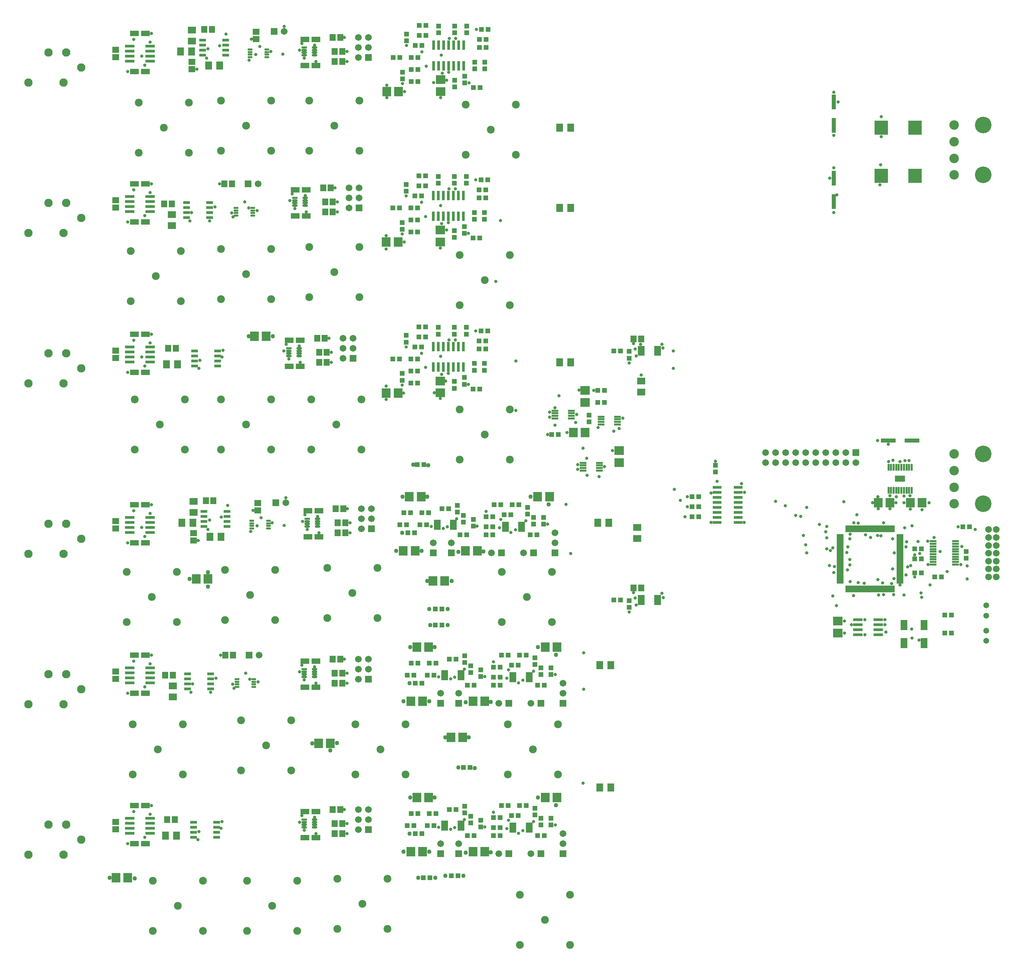
<source format=gts>
%FSLAX24Y24*%
%MOIN*%
G70*
G01*
G75*
G04 Layer_Color=8388736*
G04 Layer_Color=8388736*
%ADD10R,0.0591X0.0906*%
%ADD11R,0.0787X0.0866*%
%ADD12R,0.0866X0.0787*%
%ADD13R,0.0394X0.0433*%
%ADD14R,0.0433X0.0394*%
%ADD15R,0.0236X0.0866*%
%ADD16O,0.0480X0.0169*%
%ADD17R,0.0480X0.0169*%
%ADD18R,0.0787X0.0472*%
%ADD19R,0.0512X0.0591*%
%ADD20R,0.0866X0.0236*%
%ADD21R,0.0866X0.0236*%
%ADD22R,0.0591X0.0512*%
%ADD23R,0.0630X0.0709*%
%ADD24R,0.0610X0.0236*%
%ADD25R,0.0409X0.0150*%
%ADD26O,0.0409X0.0150*%
%ADD27R,0.0709X0.0630*%
%ADD28R,0.0630X0.0118*%
%ADD29R,0.0630X0.0118*%
%ADD30R,0.1417X0.0315*%
%ADD31R,0.1240X0.1360*%
%ADD32R,0.0315X0.1417*%
%ADD33R,0.0610X0.0157*%
%ADD34R,0.0591X0.0138*%
%ADD35R,0.0571X0.0118*%
%ADD36R,0.0118X0.0630*%
%ADD37R,0.0807X0.0236*%
%ADD38R,0.0150X0.0600*%
%ADD39R,0.1010X0.0620*%
%ADD40R,0.2560X0.0360*%
%ADD41R,0.0775X0.0620*%
%ADD42C,0.0160*%
%ADD43C,0.0100*%
%ADD44C,0.0200*%
%ADD45C,0.0500*%
%ADD46C,0.0591*%
%ADD47R,0.0591X0.0591*%
%ADD48C,0.0866*%
%ADD49C,0.1575*%
%ADD50C,0.0700*%
%ADD51C,0.0750*%
%ADD52C,0.0500*%
%ADD53C,0.0200*%
%ADD54C,0.0350*%
%ADD55C,0.0250*%
%ADD56C,0.0098*%
%ADD57C,0.0070*%
%ADD58C,0.0079*%
%ADD59C,0.0039*%
%ADD60C,0.0080*%
%ADD61C,0.0280*%
%ADD62R,0.0671X0.0986*%
%ADD63R,0.0867X0.0946*%
%ADD64R,0.0946X0.0867*%
%ADD65R,0.0474X0.0513*%
%ADD66R,0.0513X0.0474*%
%ADD67R,0.0316X0.0946*%
%ADD68O,0.0560X0.0249*%
%ADD69R,0.0560X0.0249*%
%ADD70R,0.0867X0.0552*%
%ADD71R,0.0592X0.0671*%
%ADD72R,0.0946X0.0316*%
%ADD73R,0.0946X0.0316*%
%ADD74R,0.0671X0.0592*%
%ADD75R,0.0710X0.0789*%
%ADD76R,0.0690X0.0316*%
%ADD77R,0.0489X0.0230*%
%ADD78O,0.0489X0.0230*%
%ADD79R,0.0789X0.0710*%
%ADD80R,0.0710X0.0198*%
%ADD81R,0.0710X0.0198*%
%ADD82R,0.1497X0.0395*%
%ADD83R,0.1320X0.1440*%
%ADD84R,0.0395X0.1497*%
%ADD85R,0.0690X0.0237*%
%ADD86R,0.0671X0.0218*%
%ADD87R,0.0651X0.0198*%
%ADD88R,0.0198X0.0710*%
%ADD89R,0.0887X0.0316*%
%ADD90R,0.0230X0.0680*%
%ADD91C,0.0671*%
%ADD92R,0.0671X0.0671*%
%ADD93C,0.0946*%
%ADD94C,0.1655*%
%ADD95C,0.0780*%
%ADD96C,0.0830*%
%ADD97C,0.0580*%
%ADD98C,0.0430*%
%ADD99C,0.0330*%
D39*
X109000Y82000D02*
D03*
D62*
X109400Y65600D02*
D03*
X111400D02*
D03*
X109400Y67411D02*
D03*
X111400D02*
D03*
D63*
X57759Y105600D02*
D03*
X58941D02*
D03*
X57759Y90550D02*
D03*
X58941D02*
D03*
X57809Y120600D02*
D03*
X58991D02*
D03*
X31991Y42200D02*
D03*
X30809D02*
D03*
X51009Y55600D02*
D03*
X52191D02*
D03*
X64209Y56200D02*
D03*
X65391D02*
D03*
X38809Y72000D02*
D03*
X39991D02*
D03*
X44609Y96200D02*
D03*
X45791D02*
D03*
X62409Y71800D02*
D03*
X63591D02*
D03*
X111191Y79600D02*
D03*
X110009D02*
D03*
X106809D02*
D03*
X107991D02*
D03*
X76409Y86600D02*
D03*
X77591D02*
D03*
X67591Y44800D02*
D03*
X66409D02*
D03*
X67591Y59800D02*
D03*
X66409D02*
D03*
X66841Y74800D02*
D03*
X65659D02*
D03*
X74791Y50200D02*
D03*
X73609D02*
D03*
X74791Y65200D02*
D03*
X73609D02*
D03*
X74041Y80200D02*
D03*
X72859D02*
D03*
X61391Y44800D02*
D03*
X60209D02*
D03*
X61391Y59800D02*
D03*
X60209D02*
D03*
X60641Y74800D02*
D03*
X59459D02*
D03*
X60809Y50200D02*
D03*
X61991D02*
D03*
X60809Y65200D02*
D03*
X61991D02*
D03*
X61241Y80200D02*
D03*
X60059D02*
D03*
D64*
X63150Y105609D02*
D03*
Y106791D02*
D03*
Y90559D02*
D03*
Y91741D02*
D03*
X63200Y120609D02*
D03*
Y121791D02*
D03*
X102800Y66609D02*
D03*
Y67791D02*
D03*
X77600Y90791D02*
D03*
Y89609D02*
D03*
X81000Y84791D02*
D03*
Y83609D02*
D03*
D65*
X64550Y96415D02*
D03*
Y97085D02*
D03*
X59350Y107535D02*
D03*
Y106865D02*
D03*
X82000Y94685D02*
D03*
Y94015D02*
D03*
X62950Y111465D02*
D03*
Y112135D02*
D03*
X64550Y106735D02*
D03*
Y106065D02*
D03*
X65750Y111465D02*
D03*
Y112135D02*
D03*
X64550Y111465D02*
D03*
Y112135D02*
D03*
X66550Y108535D02*
D03*
Y107865D02*
D03*
X67550D02*
D03*
Y108535D02*
D03*
X59750Y111335D02*
D03*
Y110665D02*
D03*
X65550Y107135D02*
D03*
Y106465D02*
D03*
X78000Y88335D02*
D03*
Y87665D02*
D03*
X115600Y74065D02*
D03*
Y74735D02*
D03*
X90600Y83335D02*
D03*
Y82665D02*
D03*
X82000Y69835D02*
D03*
X66600Y122865D02*
D03*
X67600D02*
D03*
X65600Y122135D02*
D03*
X66550Y92815D02*
D03*
X67550D02*
D03*
X65550Y92085D02*
D03*
X65800Y127135D02*
D03*
X64600Y126465D02*
D03*
X65750Y97085D02*
D03*
X59800Y126335D02*
D03*
X59750Y96285D02*
D03*
X59400Y122535D02*
D03*
X59350Y92485D02*
D03*
X66600Y123535D02*
D03*
X64600Y121735D02*
D03*
Y121065D02*
D03*
X66550Y93485D02*
D03*
X64550Y91685D02*
D03*
Y91015D02*
D03*
X65800Y126465D02*
D03*
X67600Y123535D02*
D03*
X65750Y96415D02*
D03*
X67550Y93485D02*
D03*
X63000Y126465D02*
D03*
X64600Y127135D02*
D03*
X63000D02*
D03*
X62950Y96415D02*
D03*
Y97085D02*
D03*
X82000Y69165D02*
D03*
X65600Y121465D02*
D03*
X65550Y91415D02*
D03*
X59800Y125665D02*
D03*
X59750Y95615D02*
D03*
X59400Y121865D02*
D03*
X59350Y91815D02*
D03*
X72600Y48465D02*
D03*
Y49135D02*
D03*
Y63465D02*
D03*
Y64135D02*
D03*
X71850Y78465D02*
D03*
Y79135D02*
D03*
X65600Y48665D02*
D03*
Y49335D02*
D03*
Y63665D02*
D03*
Y64335D02*
D03*
X64850Y78665D02*
D03*
Y79335D02*
D03*
X73200Y48135D02*
D03*
Y47465D02*
D03*
Y63135D02*
D03*
Y62465D02*
D03*
X72450Y78135D02*
D03*
Y77465D02*
D03*
X66200Y48335D02*
D03*
Y47665D02*
D03*
Y63335D02*
D03*
Y62665D02*
D03*
X65450Y78335D02*
D03*
Y77665D02*
D03*
X74200Y48135D02*
D03*
Y47465D02*
D03*
Y63135D02*
D03*
Y62465D02*
D03*
X73450Y78135D02*
D03*
Y77465D02*
D03*
X67200Y47935D02*
D03*
Y47265D02*
D03*
Y62935D02*
D03*
Y62265D02*
D03*
X66450Y77935D02*
D03*
Y77265D02*
D03*
D66*
X60265Y122800D02*
D03*
X60935D02*
D03*
X59085Y109000D02*
D03*
X58415D02*
D03*
X81135Y94750D02*
D03*
X80465D02*
D03*
X60215Y106600D02*
D03*
X60885D02*
D03*
X61015Y112200D02*
D03*
X61685D02*
D03*
X67015Y110800D02*
D03*
X67685D02*
D03*
X67085Y106000D02*
D03*
X66415D02*
D03*
X60215Y107800D02*
D03*
X60885D02*
D03*
X67015Y110000D02*
D03*
X67685D02*
D03*
X60885Y109000D02*
D03*
X60215D02*
D03*
X61685Y111200D02*
D03*
X61015D02*
D03*
X60615Y110200D02*
D03*
X61285D02*
D03*
X61535Y83400D02*
D03*
X60865D02*
D03*
X66135Y53200D02*
D03*
X65465D02*
D03*
X78865Y89600D02*
D03*
X79535D02*
D03*
Y90800D02*
D03*
X78865D02*
D03*
X74265Y86400D02*
D03*
X74935D02*
D03*
X115265Y77200D02*
D03*
X115935D02*
D03*
X112465Y72200D02*
D03*
X113135D02*
D03*
X110465Y75000D02*
D03*
X111135D02*
D03*
X110465Y72600D02*
D03*
X111135D02*
D03*
X110465Y74000D02*
D03*
X111135D02*
D03*
X88935Y80200D02*
D03*
X88265D02*
D03*
X88935Y79200D02*
D03*
X88265D02*
D03*
X88935Y78200D02*
D03*
X88265D02*
D03*
X114135Y68400D02*
D03*
X113465D02*
D03*
X114135Y66600D02*
D03*
X113465D02*
D03*
X80465Y69900D02*
D03*
X58415Y93950D02*
D03*
X58465Y124000D02*
D03*
X81135Y69900D02*
D03*
X67135Y121000D02*
D03*
X67085Y90950D02*
D03*
X67065Y125800D02*
D03*
X67015Y95750D02*
D03*
X67885Y96750D02*
D03*
X61065Y126200D02*
D03*
X60665Y125200D02*
D03*
X61065Y127200D02*
D03*
X61015Y96150D02*
D03*
X60615Y95150D02*
D03*
X61015Y97150D02*
D03*
X60265Y124000D02*
D03*
X59135D02*
D03*
X60265Y121600D02*
D03*
X60215Y93950D02*
D03*
X59085D02*
D03*
X60215Y91550D02*
D03*
X66465Y121000D02*
D03*
X66415Y90950D02*
D03*
X67065Y125000D02*
D03*
X67735Y125800D02*
D03*
Y125000D02*
D03*
X67015Y94950D02*
D03*
X67685Y95750D02*
D03*
Y94950D02*
D03*
X61735Y126200D02*
D03*
Y127200D02*
D03*
X61685Y96150D02*
D03*
Y97150D02*
D03*
X60935Y124000D02*
D03*
X61335Y125200D02*
D03*
X60935Y121600D02*
D03*
X60885Y93950D02*
D03*
X60215Y92750D02*
D03*
X61285Y95150D02*
D03*
X60885Y91550D02*
D03*
Y92750D02*
D03*
X62665Y67400D02*
D03*
X64265Y42400D02*
D03*
X63335Y69000D02*
D03*
X62135Y42200D02*
D03*
X63335Y67400D02*
D03*
X64935Y42400D02*
D03*
X62665Y69000D02*
D03*
X61465Y42200D02*
D03*
X67215Y96750D02*
D03*
X71735Y49400D02*
D03*
X71065D02*
D03*
X71735Y64400D02*
D03*
X71065D02*
D03*
X70985Y79400D02*
D03*
X70315D02*
D03*
X69135Y47200D02*
D03*
X68465D02*
D03*
X69135Y62200D02*
D03*
X68465D02*
D03*
X68385Y77200D02*
D03*
X67715D02*
D03*
X69135Y46400D02*
D03*
X68465D02*
D03*
X69135Y61400D02*
D03*
X68465D02*
D03*
X68385Y76400D02*
D03*
X67715D02*
D03*
X64735Y49000D02*
D03*
X64065D02*
D03*
X64735Y64000D02*
D03*
X64065D02*
D03*
X63985Y79000D02*
D03*
X63315D02*
D03*
X62535Y47400D02*
D03*
X61865D02*
D03*
X62535Y62400D02*
D03*
X61865D02*
D03*
X61785Y77400D02*
D03*
X61115D02*
D03*
X60535Y47400D02*
D03*
X59865D02*
D03*
X60535Y62400D02*
D03*
X59865D02*
D03*
X59785Y77400D02*
D03*
X59115D02*
D03*
X69265Y49400D02*
D03*
X69935D02*
D03*
X69265Y64400D02*
D03*
X69935D02*
D03*
X68515Y79400D02*
D03*
X69185D02*
D03*
X60265Y48600D02*
D03*
X60935D02*
D03*
X60265Y63600D02*
D03*
X60935D02*
D03*
X59515Y78600D02*
D03*
X60185D02*
D03*
X69135Y48200D02*
D03*
X68465D02*
D03*
X69135Y63200D02*
D03*
X68465D02*
D03*
X68385Y78200D02*
D03*
X67715D02*
D03*
X61335Y46600D02*
D03*
X60665D02*
D03*
X61335Y61600D02*
D03*
X60665D02*
D03*
X60585Y76600D02*
D03*
X59915D02*
D03*
X72865Y46400D02*
D03*
X73535D02*
D03*
X72865Y61400D02*
D03*
X73535D02*
D03*
X72115Y76400D02*
D03*
X72785D02*
D03*
X70935Y48400D02*
D03*
X70265D02*
D03*
X70935Y63400D02*
D03*
X70265D02*
D03*
X70185Y78400D02*
D03*
X69515D02*
D03*
X65865Y46400D02*
D03*
X66535D02*
D03*
X65865Y61400D02*
D03*
X66535D02*
D03*
X65115Y76400D02*
D03*
X65785D02*
D03*
X62065Y48600D02*
D03*
X62735D02*
D03*
X62065Y63600D02*
D03*
X62735D02*
D03*
X61315Y78600D02*
D03*
X61985D02*
D03*
X67265Y126800D02*
D03*
X67935D02*
D03*
X67215Y111800D02*
D03*
X67885D02*
D03*
D67*
X65500Y123176D02*
D03*
X65000D02*
D03*
X64500D02*
D03*
X65450Y110224D02*
D03*
X64950D02*
D03*
X64450D02*
D03*
X63950D02*
D03*
X63450D02*
D03*
X62950D02*
D03*
X62450D02*
D03*
X65450Y108176D02*
D03*
X64950D02*
D03*
X64450D02*
D03*
X63950D02*
D03*
X63450D02*
D03*
X62950D02*
D03*
X62450D02*
D03*
X65000Y125224D02*
D03*
X65500D02*
D03*
X64950Y95174D02*
D03*
X65450D02*
D03*
X63000Y125224D02*
D03*
X62500D02*
D03*
X62950Y95174D02*
D03*
X62450D02*
D03*
X63000Y123176D02*
D03*
X62500D02*
D03*
X62950Y93126D02*
D03*
X62450D02*
D03*
X64000Y125224D02*
D03*
X63950Y95174D02*
D03*
X64000Y123176D02*
D03*
X63950Y93126D02*
D03*
X63500Y125224D02*
D03*
X64500D02*
D03*
X63500Y123176D02*
D03*
X63450Y95174D02*
D03*
X64450D02*
D03*
X63450Y93126D02*
D03*
X65450D02*
D03*
X64950D02*
D03*
X64450D02*
D03*
D68*
X49682Y109232D02*
D03*
Y109488D02*
D03*
Y109744D02*
D03*
Y110000D02*
D03*
X48650Y109232D02*
D03*
Y109488D02*
D03*
Y109744D02*
D03*
X50932Y77744D02*
D03*
Y77488D02*
D03*
Y77232D02*
D03*
X50631Y47744D02*
D03*
Y47488D02*
D03*
Y47232D02*
D03*
Y62744D02*
D03*
Y62488D02*
D03*
Y62232D02*
D03*
Y124744D02*
D03*
Y124488D02*
D03*
Y124232D02*
D03*
X49082Y94744D02*
D03*
Y94488D02*
D03*
Y94232D02*
D03*
X49600Y47488D02*
D03*
Y62488D02*
D03*
X49900Y77488D02*
D03*
X48050Y94488D02*
D03*
X49600Y124488D02*
D03*
X49900Y77232D02*
D03*
X49600Y47232D02*
D03*
Y62232D02*
D03*
Y124232D02*
D03*
X48050Y94232D02*
D03*
X50932Y78000D02*
D03*
X50631Y48000D02*
D03*
Y63000D02*
D03*
Y125000D02*
D03*
X49082Y95000D02*
D03*
X49900Y77744D02*
D03*
X49600Y47744D02*
D03*
Y62744D02*
D03*
Y124744D02*
D03*
X48050Y94744D02*
D03*
D69*
X48650Y110000D02*
D03*
X49600Y48000D02*
D03*
Y63000D02*
D03*
X49900Y78000D02*
D03*
X48050Y95000D02*
D03*
X49600Y125000D02*
D03*
D70*
X48699Y110800D02*
D03*
X49801D02*
D03*
X48699Y108200D02*
D03*
X49801D02*
D03*
X32649Y111400D02*
D03*
X33751D02*
D03*
Y107600D02*
D03*
X32649D02*
D03*
X49949Y76200D02*
D03*
X49649Y46200D02*
D03*
Y61200D02*
D03*
Y123200D02*
D03*
X48099Y93200D02*
D03*
X33751Y45600D02*
D03*
Y75600D02*
D03*
Y60600D02*
D03*
Y92600D02*
D03*
Y122600D02*
D03*
X51051Y78800D02*
D03*
X50751Y48800D02*
D03*
Y63800D02*
D03*
Y125800D02*
D03*
X49201Y95800D02*
D03*
X33751Y49400D02*
D03*
Y79400D02*
D03*
Y64400D02*
D03*
Y96400D02*
D03*
Y126400D02*
D03*
X51051Y76200D02*
D03*
X50751Y46200D02*
D03*
Y61200D02*
D03*
Y123200D02*
D03*
X49201Y93200D02*
D03*
X49949Y78800D02*
D03*
X49649Y48800D02*
D03*
Y63800D02*
D03*
Y125800D02*
D03*
X48099Y95800D02*
D03*
X32649Y45600D02*
D03*
Y75600D02*
D03*
Y60600D02*
D03*
Y92600D02*
D03*
Y122600D02*
D03*
Y49400D02*
D03*
Y79400D02*
D03*
Y64400D02*
D03*
Y96400D02*
D03*
Y126400D02*
D03*
D71*
X52224Y111000D02*
D03*
X51476D02*
D03*
X52424Y109600D02*
D03*
X51676D02*
D03*
X52424Y108600D02*
D03*
X51676D02*
D03*
X36774Y95000D02*
D03*
X36026D02*
D03*
X36374Y109400D02*
D03*
X35626D02*
D03*
X42374Y111400D02*
D03*
X41626D02*
D03*
X39626Y126800D02*
D03*
X40374D02*
D03*
X83174Y95950D02*
D03*
X82426D02*
D03*
X52726Y79000D02*
D03*
X52926Y77600D02*
D03*
Y76600D02*
D03*
X52426Y49000D02*
D03*
X52626Y47600D02*
D03*
Y46600D02*
D03*
X52426Y64000D02*
D03*
X52626Y62600D02*
D03*
Y61600D02*
D03*
X52426Y126000D02*
D03*
X52626Y124600D02*
D03*
Y123600D02*
D03*
X50876Y96000D02*
D03*
X51076Y94600D02*
D03*
Y93600D02*
D03*
X42474Y64400D02*
D03*
X35926Y48000D02*
D03*
X35726Y62400D02*
D03*
X36674Y48000D02*
D03*
X36474Y62400D02*
D03*
X39776Y79800D02*
D03*
X40524D02*
D03*
X83174Y71100D02*
D03*
X53474Y79000D02*
D03*
X53174Y49000D02*
D03*
Y64000D02*
D03*
Y126000D02*
D03*
X51624Y96000D02*
D03*
X53674Y77600D02*
D03*
X53374Y47600D02*
D03*
Y62600D02*
D03*
Y124600D02*
D03*
X51824Y94600D02*
D03*
X53674Y76600D02*
D03*
X53374Y46600D02*
D03*
Y61600D02*
D03*
Y123600D02*
D03*
X51824Y93600D02*
D03*
X41726Y64400D02*
D03*
X82426Y71100D02*
D03*
D72*
X32176Y109650D02*
D03*
Y109150D02*
D03*
Y108650D02*
D03*
X34224Y110150D02*
D03*
Y109650D02*
D03*
Y109150D02*
D03*
Y108650D02*
D03*
X106824Y66950D02*
D03*
Y67450D02*
D03*
Y67950D02*
D03*
X104776Y66450D02*
D03*
Y66950D02*
D03*
Y67450D02*
D03*
Y67950D02*
D03*
X34224Y62150D02*
D03*
X32176Y47150D02*
D03*
Y47650D02*
D03*
Y77150D02*
D03*
Y77650D02*
D03*
Y62150D02*
D03*
Y62650D02*
D03*
Y94150D02*
D03*
Y94650D02*
D03*
Y124150D02*
D03*
Y124650D02*
D03*
X34224Y47650D02*
D03*
X32176Y46650D02*
D03*
X34224Y62650D02*
D03*
X32176Y61650D02*
D03*
Y76650D02*
D03*
X34224Y94650D02*
D03*
X32176Y93650D02*
D03*
Y123650D02*
D03*
X34224Y47150D02*
D03*
Y94150D02*
D03*
Y77650D02*
D03*
Y124650D02*
D03*
Y46650D02*
D03*
Y76650D02*
D03*
Y61650D02*
D03*
Y93650D02*
D03*
Y123650D02*
D03*
Y48150D02*
D03*
Y78150D02*
D03*
Y63150D02*
D03*
Y95150D02*
D03*
Y125150D02*
D03*
Y77150D02*
D03*
Y124150D02*
D03*
D73*
X32176Y110150D02*
D03*
X106824Y66450D02*
D03*
X32176Y48150D02*
D03*
Y63150D02*
D03*
Y78150D02*
D03*
Y95150D02*
D03*
Y125150D02*
D03*
D74*
X30800Y109026D02*
D03*
Y109774D02*
D03*
X38400Y123574D02*
D03*
Y122826D02*
D03*
X44800Y126574D02*
D03*
Y125826D02*
D03*
X30800Y47026D02*
D03*
Y47774D02*
D03*
Y77026D02*
D03*
Y77774D02*
D03*
Y62026D02*
D03*
Y62774D02*
D03*
Y94026D02*
D03*
Y94774D02*
D03*
Y124026D02*
D03*
Y124774D02*
D03*
X44950Y79574D02*
D03*
X38550Y76574D02*
D03*
X44950Y78826D02*
D03*
X38550Y75826D02*
D03*
D75*
X35849Y93400D02*
D03*
X36951D02*
D03*
X40049Y123200D02*
D03*
X41151D02*
D03*
X37249Y124600D02*
D03*
X38351D02*
D03*
X76151Y117000D02*
D03*
X75049D02*
D03*
X76151Y109000D02*
D03*
X75049D02*
D03*
X76151Y93600D02*
D03*
X75049D02*
D03*
X79951Y77600D02*
D03*
X78849D02*
D03*
X80151Y63400D02*
D03*
X79049D02*
D03*
X80151Y51200D02*
D03*
X79049D02*
D03*
X35749Y46400D02*
D03*
X36851D02*
D03*
X37399Y77600D02*
D03*
X38501D02*
D03*
X40199Y76200D02*
D03*
X41301D02*
D03*
D76*
X38648Y94750D02*
D03*
Y94250D02*
D03*
Y93750D02*
D03*
Y93250D02*
D03*
X40952Y94750D02*
D03*
Y94250D02*
D03*
Y93750D02*
D03*
Y93250D02*
D03*
X37848Y109550D02*
D03*
Y109050D02*
D03*
Y108550D02*
D03*
Y108050D02*
D03*
X40152Y109550D02*
D03*
Y109050D02*
D03*
Y108550D02*
D03*
Y108050D02*
D03*
X40852Y46750D02*
D03*
X38548Y47250D02*
D03*
X40252Y61550D02*
D03*
X37948Y62050D02*
D03*
X39598Y78250D02*
D03*
X41902Y77750D02*
D03*
X38548Y46250D02*
D03*
X37948Y61050D02*
D03*
X39598Y77250D02*
D03*
X40852Y47250D02*
D03*
X40252Y62050D02*
D03*
X41902Y78250D02*
D03*
X38548Y46750D02*
D03*
X37948Y61550D02*
D03*
X39598Y77750D02*
D03*
X38548Y47750D02*
D03*
X40852D02*
D03*
Y46250D02*
D03*
X37948Y62550D02*
D03*
X40252D02*
D03*
Y61050D02*
D03*
X39598Y78750D02*
D03*
X41902D02*
D03*
Y77250D02*
D03*
X41752Y124250D02*
D03*
Y124750D02*
D03*
Y125250D02*
D03*
Y125750D02*
D03*
X39448Y124250D02*
D03*
Y124750D02*
D03*
Y125250D02*
D03*
Y125750D02*
D03*
D77*
X42800Y109000D02*
D03*
X42900Y62000D02*
D03*
X44350Y77800D02*
D03*
X44200Y124800D02*
D03*
D78*
X42800Y108744D02*
D03*
Y108488D02*
D03*
Y108232D02*
D03*
X44469Y109000D02*
D03*
Y108744D02*
D03*
Y108488D02*
D03*
Y108232D02*
D03*
X44569Y61488D02*
D03*
X46019Y77288D02*
D03*
X42900Y61744D02*
D03*
X46019Y77800D02*
D03*
X44350Y77544D02*
D03*
X44569Y61744D02*
D03*
X46019Y77544D02*
D03*
X42900Y61232D02*
D03*
X44350Y77032D02*
D03*
X44569Y62000D02*
D03*
X42900Y61488D02*
D03*
X44350Y77288D02*
D03*
X44569Y61232D02*
D03*
X46019Y77032D02*
D03*
X45869Y124032D02*
D03*
Y124288D02*
D03*
Y124544D02*
D03*
Y124800D02*
D03*
X44200Y124032D02*
D03*
Y124288D02*
D03*
Y124544D02*
D03*
D79*
X36400Y107249D02*
D03*
Y108351D02*
D03*
X38400Y125649D02*
D03*
Y126751D02*
D03*
X83200Y90649D02*
D03*
Y91751D02*
D03*
X82800Y77151D02*
D03*
Y76049D02*
D03*
X36500Y60249D02*
D03*
Y61351D02*
D03*
X38550Y79751D02*
D03*
Y78649D02*
D03*
D80*
X84807Y94356D02*
D03*
Y94553D02*
D03*
Y94750D02*
D03*
X83193Y94356D02*
D03*
Y94553D02*
D03*
Y94750D02*
D03*
X83193Y94947D02*
D03*
X83193Y95144D02*
D03*
X62843Y77794D02*
D03*
X62843Y77597D02*
D03*
X62843Y77400D02*
D03*
Y77203D02*
D03*
Y77006D02*
D03*
X64457Y77597D02*
D03*
Y77400D02*
D03*
Y77203D02*
D03*
Y77006D02*
D03*
X69643Y77594D02*
D03*
X69643Y77397D02*
D03*
X69643Y77200D02*
D03*
Y77003D02*
D03*
Y76806D02*
D03*
X71257Y77397D02*
D03*
Y77200D02*
D03*
Y77003D02*
D03*
Y76806D02*
D03*
X108992Y71638D02*
D03*
Y71835D02*
D03*
Y72031D02*
D03*
Y72228D02*
D03*
Y72425D02*
D03*
Y72622D02*
D03*
Y72819D02*
D03*
Y73016D02*
D03*
Y73213D02*
D03*
Y73409D02*
D03*
Y73606D02*
D03*
Y73803D02*
D03*
Y74000D02*
D03*
Y74197D02*
D03*
Y74394D02*
D03*
Y74591D02*
D03*
Y74787D02*
D03*
Y74984D02*
D03*
Y75181D02*
D03*
Y75378D02*
D03*
Y75575D02*
D03*
Y75772D02*
D03*
Y75968D02*
D03*
Y76165D02*
D03*
Y76362D02*
D03*
X103008Y71638D02*
D03*
Y71835D02*
D03*
Y72031D02*
D03*
Y72228D02*
D03*
Y72425D02*
D03*
Y72622D02*
D03*
Y72819D02*
D03*
Y73016D02*
D03*
Y73213D02*
D03*
Y73409D02*
D03*
Y73606D02*
D03*
Y73803D02*
D03*
Y74000D02*
D03*
Y74197D02*
D03*
Y74394D02*
D03*
Y74591D02*
D03*
Y74787D02*
D03*
Y74984D02*
D03*
Y75181D02*
D03*
Y75378D02*
D03*
Y75575D02*
D03*
Y75772D02*
D03*
Y75968D02*
D03*
Y76165D02*
D03*
Y76362D02*
D03*
X72007Y46806D02*
D03*
Y61806D02*
D03*
X70393Y46806D02*
D03*
Y61806D02*
D03*
X65207Y47006D02*
D03*
Y62006D02*
D03*
X63593Y47006D02*
D03*
Y62006D02*
D03*
X84807Y69703D02*
D03*
Y69506D02*
D03*
Y69900D02*
D03*
X72007Y47003D02*
D03*
Y62003D02*
D03*
X83193Y69900D02*
D03*
Y70294D02*
D03*
X72007Y47200D02*
D03*
Y47397D02*
D03*
Y62200D02*
D03*
Y62397D02*
D03*
X70393Y47397D02*
D03*
X70393Y47594D02*
D03*
X70393Y62397D02*
D03*
X70393Y62594D02*
D03*
X65207Y47400D02*
D03*
Y47597D02*
D03*
Y62400D02*
D03*
Y62597D02*
D03*
X63593Y47597D02*
D03*
X63593Y47794D02*
D03*
X63593Y62597D02*
D03*
X63593Y62794D02*
D03*
X70393Y47003D02*
D03*
Y62003D02*
D03*
X63593Y47203D02*
D03*
Y62203D02*
D03*
X83193Y70097D02*
D03*
X83193Y69506D02*
D03*
Y69703D02*
D03*
X70393Y47200D02*
D03*
Y62200D02*
D03*
X65207Y47203D02*
D03*
X63593Y47400D02*
D03*
X65207Y62203D02*
D03*
X63593Y62400D02*
D03*
X84807Y94947D02*
D03*
Y70097D02*
D03*
D81*
Y95144D02*
D03*
X64457Y77794D02*
D03*
X71257Y77594D02*
D03*
X84807Y70294D02*
D03*
X72007Y47594D02*
D03*
Y62594D02*
D03*
X65207Y47794D02*
D03*
Y62794D02*
D03*
D82*
X107819Y85800D02*
D03*
X110181D02*
D03*
D83*
X110490Y112200D02*
D03*
X107110D02*
D03*
X110490Y117000D02*
D03*
X107110D02*
D03*
D84*
X102400Y109619D02*
D03*
Y111981D02*
D03*
Y117219D02*
D03*
Y119581D02*
D03*
D85*
X79183Y88184D02*
D03*
Y87928D02*
D03*
Y87672D02*
D03*
Y87416D02*
D03*
X80817Y88184D02*
D03*
Y87928D02*
D03*
Y87672D02*
D03*
Y87416D02*
D03*
D86*
X79017Y82816D02*
D03*
Y83072D02*
D03*
Y83328D02*
D03*
Y83584D02*
D03*
X77383Y82816D02*
D03*
Y83072D02*
D03*
Y83328D02*
D03*
Y83584D02*
D03*
X74583Y88784D02*
D03*
Y88528D02*
D03*
Y88272D02*
D03*
Y88016D02*
D03*
X76217Y88784D02*
D03*
Y88528D02*
D03*
Y88272D02*
D03*
Y88016D02*
D03*
D87*
X114512Y73448D02*
D03*
Y73704D02*
D03*
Y73960D02*
D03*
Y74216D02*
D03*
Y74472D02*
D03*
Y74728D02*
D03*
Y74984D02*
D03*
Y75240D02*
D03*
Y75496D02*
D03*
Y75752D02*
D03*
X112288Y73448D02*
D03*
Y73704D02*
D03*
Y73960D02*
D03*
Y74216D02*
D03*
Y74472D02*
D03*
Y74728D02*
D03*
Y74984D02*
D03*
Y75240D02*
D03*
Y75496D02*
D03*
Y75752D02*
D03*
D88*
X103638Y71008D02*
D03*
X103835D02*
D03*
X104031D02*
D03*
X104228D02*
D03*
X104425D02*
D03*
X104622D02*
D03*
X104819D02*
D03*
X105016D02*
D03*
X105213D02*
D03*
X105409D02*
D03*
X105606D02*
D03*
X105803D02*
D03*
X106000D02*
D03*
X106197D02*
D03*
X106394D02*
D03*
X106591D02*
D03*
X106787D02*
D03*
X106984D02*
D03*
X107181D02*
D03*
X107378D02*
D03*
X107575D02*
D03*
X107772D02*
D03*
X107969D02*
D03*
X108165D02*
D03*
X108362D02*
D03*
X103638Y76992D02*
D03*
X103835D02*
D03*
X104031D02*
D03*
X104228D02*
D03*
X104425D02*
D03*
X104622D02*
D03*
X104819D02*
D03*
X105016D02*
D03*
X105213D02*
D03*
X105409D02*
D03*
X105606D02*
D03*
X105803D02*
D03*
X106000D02*
D03*
X106197D02*
D03*
X106394D02*
D03*
X106591D02*
D03*
X106787D02*
D03*
X106984D02*
D03*
X107181D02*
D03*
X107378D02*
D03*
X107575D02*
D03*
X107772D02*
D03*
X107969D02*
D03*
X108165D02*
D03*
X108362D02*
D03*
D89*
X90747Y81150D02*
D03*
Y80650D02*
D03*
Y80150D02*
D03*
Y79650D02*
D03*
Y79150D02*
D03*
Y78650D02*
D03*
Y78150D02*
D03*
Y77650D02*
D03*
X92853Y81150D02*
D03*
Y80650D02*
D03*
Y80150D02*
D03*
Y79650D02*
D03*
Y79150D02*
D03*
Y78650D02*
D03*
Y78150D02*
D03*
Y77650D02*
D03*
D90*
X107846Y80850D02*
D03*
Y83150D02*
D03*
X110150D02*
D03*
Y80850D02*
D03*
X109894Y83150D02*
D03*
Y80850D02*
D03*
X109638Y83150D02*
D03*
X109382D02*
D03*
X109126D02*
D03*
X108870D02*
D03*
X108614D02*
D03*
X108358D02*
D03*
X108102D02*
D03*
X109638Y80850D02*
D03*
X109382D02*
D03*
X109126D02*
D03*
X108870D02*
D03*
X108614D02*
D03*
X108358D02*
D03*
X108102D02*
D03*
D91*
X54050Y111000D02*
D03*
X55050D02*
D03*
X54050Y110000D02*
D03*
X55050D02*
D03*
X54050Y109000D02*
D03*
X45000Y111400D02*
D03*
X47600Y126600D02*
D03*
X71450Y74600D02*
D03*
X68250D02*
D03*
X64250Y75600D02*
D03*
X62450D02*
D03*
X74600D02*
D03*
Y76600D02*
D03*
X117813Y76924D02*
D03*
X118600D02*
D03*
X117813Y76137D02*
D03*
X118600Y76150D02*
D03*
X117813Y75350D02*
D03*
X118600D02*
D03*
X117813Y74562D02*
D03*
X118600D02*
D03*
X117813Y73775D02*
D03*
X118600D02*
D03*
X117813Y72987D02*
D03*
X118600D02*
D03*
X117813Y72200D02*
D03*
X118600D02*
D03*
X95600Y83600D02*
D03*
Y84600D02*
D03*
X96600Y83600D02*
D03*
Y84600D02*
D03*
X97600Y83600D02*
D03*
Y84600D02*
D03*
X98600Y83600D02*
D03*
Y84600D02*
D03*
X99600Y83600D02*
D03*
Y84600D02*
D03*
X100600Y83600D02*
D03*
Y84600D02*
D03*
X101600Y83600D02*
D03*
Y84600D02*
D03*
X102600Y83600D02*
D03*
Y84600D02*
D03*
X103600Y83600D02*
D03*
Y84600D02*
D03*
X104600Y83600D02*
D03*
X75400Y45600D02*
D03*
Y60600D02*
D03*
X72200Y44600D02*
D03*
Y59600D02*
D03*
X69000Y44600D02*
D03*
Y59600D02*
D03*
X65000Y45600D02*
D03*
Y60600D02*
D03*
X63200Y45600D02*
D03*
Y60600D02*
D03*
X55300Y79000D02*
D03*
Y78000D02*
D03*
Y77000D02*
D03*
X55000Y49000D02*
D03*
Y48000D02*
D03*
Y47000D02*
D03*
Y64000D02*
D03*
Y63000D02*
D03*
Y62000D02*
D03*
Y126000D02*
D03*
Y125000D02*
D03*
Y124000D02*
D03*
X53450Y96000D02*
D03*
Y95000D02*
D03*
Y94000D02*
D03*
X45100Y64400D02*
D03*
X47750Y79600D02*
D03*
X56300Y79000D02*
D03*
Y78000D02*
D03*
X56000Y49000D02*
D03*
Y48000D02*
D03*
Y64000D02*
D03*
Y63000D02*
D03*
Y126000D02*
D03*
Y125000D02*
D03*
X54450Y96000D02*
D03*
Y95000D02*
D03*
X75400Y46600D02*
D03*
Y61600D02*
D03*
D92*
X55050Y109000D02*
D03*
X44000Y111400D02*
D03*
X46600Y126600D02*
D03*
X72450Y74600D02*
D03*
X69250D02*
D03*
X64250D02*
D03*
X62450D02*
D03*
X74600D02*
D03*
X104600Y84600D02*
D03*
X44100Y64400D02*
D03*
X46750Y79600D02*
D03*
X75400Y44600D02*
D03*
Y59600D02*
D03*
X73200Y44600D02*
D03*
Y59600D02*
D03*
X70000Y44600D02*
D03*
Y59600D02*
D03*
X65000Y44600D02*
D03*
Y59600D02*
D03*
X63200Y44600D02*
D03*
Y59600D02*
D03*
X56300Y77000D02*
D03*
X56000Y47000D02*
D03*
Y62000D02*
D03*
Y124000D02*
D03*
X54450Y94000D02*
D03*
D93*
X114400Y82800D02*
D03*
Y84454D02*
D03*
Y81146D02*
D03*
Y79493D02*
D03*
Y115600D02*
D03*
Y117254D02*
D03*
Y113946D02*
D03*
Y112293D02*
D03*
D94*
X117274Y84454D02*
D03*
Y79493D02*
D03*
Y117254D02*
D03*
Y112293D02*
D03*
D95*
X70700Y119300D02*
D03*
X65700D02*
D03*
Y114300D02*
D03*
X70700D02*
D03*
X68200Y116800D02*
D03*
X55100Y119700D02*
D03*
X50100D02*
D03*
Y114700D02*
D03*
X55100D02*
D03*
X52600Y117200D02*
D03*
X46300Y119700D02*
D03*
X41300D02*
D03*
Y114700D02*
D03*
X46300D02*
D03*
X43800Y117200D02*
D03*
X38100Y119500D02*
D03*
X33100D02*
D03*
Y114500D02*
D03*
X38100D02*
D03*
X35600Y117000D02*
D03*
X70100Y104300D02*
D03*
X65100D02*
D03*
Y99300D02*
D03*
X70100D02*
D03*
X67600Y101800D02*
D03*
X55100Y105100D02*
D03*
X50100D02*
D03*
Y100100D02*
D03*
X55100D02*
D03*
X52600Y102600D02*
D03*
X46300Y104900D02*
D03*
X41300D02*
D03*
Y99900D02*
D03*
X46300D02*
D03*
X43800Y102400D02*
D03*
X37300Y104700D02*
D03*
X32300D02*
D03*
Y99700D02*
D03*
X37300D02*
D03*
X34800Y102200D02*
D03*
X55300Y89900D02*
D03*
X50300D02*
D03*
Y84900D02*
D03*
X55300D02*
D03*
X52800Y87400D02*
D03*
X46300Y89900D02*
D03*
X41300D02*
D03*
Y84900D02*
D03*
X46300D02*
D03*
X43800Y87400D02*
D03*
X37700Y89900D02*
D03*
X32700D02*
D03*
Y84900D02*
D03*
X37700D02*
D03*
X35200Y87400D02*
D03*
X74300Y72700D02*
D03*
X69300D02*
D03*
Y67700D02*
D03*
X74300D02*
D03*
X71800Y70200D02*
D03*
X56900Y73100D02*
D03*
X51900D02*
D03*
Y68100D02*
D03*
X56900D02*
D03*
X54400Y70600D02*
D03*
X46700Y72900D02*
D03*
X41700D02*
D03*
Y67900D02*
D03*
X46700D02*
D03*
X44200Y70400D02*
D03*
X36900Y72700D02*
D03*
X31900D02*
D03*
Y67700D02*
D03*
X36900D02*
D03*
X34400Y70200D02*
D03*
X74900Y57500D02*
D03*
X69900D02*
D03*
Y52500D02*
D03*
X74900D02*
D03*
X72400Y55000D02*
D03*
X59700Y57500D02*
D03*
X54700D02*
D03*
Y52500D02*
D03*
X59700D02*
D03*
X57200Y55000D02*
D03*
X48300Y57900D02*
D03*
X43300D02*
D03*
Y52900D02*
D03*
X48300D02*
D03*
X45800Y55400D02*
D03*
X37500Y57500D02*
D03*
X32500D02*
D03*
Y52500D02*
D03*
X37500D02*
D03*
X35000Y55000D02*
D03*
X76100Y40500D02*
D03*
X71100D02*
D03*
Y35500D02*
D03*
X76100D02*
D03*
X73600Y38000D02*
D03*
X57900Y42100D02*
D03*
X52900D02*
D03*
Y37100D02*
D03*
X57900D02*
D03*
X55400Y39600D02*
D03*
X48900Y41900D02*
D03*
X43900D02*
D03*
Y36900D02*
D03*
X48900D02*
D03*
X46400Y39400D02*
D03*
X39500Y41900D02*
D03*
X34500D02*
D03*
Y36900D02*
D03*
X39500D02*
D03*
X37000Y39400D02*
D03*
X67600Y86400D02*
D03*
X70100Y83900D02*
D03*
X65100D02*
D03*
Y88900D02*
D03*
X70100D02*
D03*
D96*
X24100Y124500D02*
D03*
X22100Y121500D02*
D03*
X27350Y123000D02*
D03*
X25850Y124500D02*
D03*
X25600Y121500D02*
D03*
X24100Y109500D02*
D03*
X22100Y106500D02*
D03*
X27350Y108000D02*
D03*
X25850Y109500D02*
D03*
X25600Y106500D02*
D03*
X24100Y94500D02*
D03*
X22100Y91500D02*
D03*
X27350Y93000D02*
D03*
X25850Y94500D02*
D03*
X25600Y91500D02*
D03*
X24100Y77500D02*
D03*
X22100Y74500D02*
D03*
X27350Y76000D02*
D03*
X25850Y77500D02*
D03*
X25600Y74500D02*
D03*
X24100Y62500D02*
D03*
X22100Y59500D02*
D03*
X27350Y61000D02*
D03*
X25850Y62500D02*
D03*
X25600Y59500D02*
D03*
X24100Y47500D02*
D03*
X22100Y44500D02*
D03*
X27350Y46000D02*
D03*
X25850Y47500D02*
D03*
X25600Y44500D02*
D03*
D97*
X117600Y68350D02*
D03*
Y69352D02*
D03*
Y66850D02*
D03*
Y65848D02*
D03*
D98*
X63650Y56200D02*
D03*
X66000D02*
D03*
X64950Y53200D02*
D03*
X66600Y53150D02*
D03*
X60950Y42200D02*
D03*
X62650D02*
D03*
X63650Y42400D02*
D03*
X65450D02*
D03*
X62050Y69000D02*
D03*
X63900D02*
D03*
X62150Y67400D02*
D03*
X63900D02*
D03*
X61850Y71800D02*
D03*
X64300D02*
D03*
X60450Y83400D02*
D03*
X61950Y83350D02*
D03*
X44050Y96200D02*
D03*
X46450D02*
D03*
X30200Y42200D02*
D03*
X32700Y42150D02*
D03*
X52200Y54900D02*
D03*
X50400Y55600D02*
D03*
X52850Y55650D02*
D03*
X38150Y72000D02*
D03*
X39991Y72659D02*
D03*
Y71241D02*
D03*
X62600Y50200D02*
D03*
X60150D02*
D03*
X62050Y44800D02*
D03*
X59500D02*
D03*
X60100Y46600D02*
D03*
X65700Y44700D02*
D03*
X68200Y44750D02*
D03*
X72900Y50200D02*
D03*
X74700Y49450D02*
D03*
X59350Y76600D02*
D03*
X58750Y74800D02*
D03*
X61300D02*
D03*
X72150Y80200D02*
D03*
X73950Y79450D02*
D03*
X61850Y80200D02*
D03*
X59400D02*
D03*
X64950Y74700D02*
D03*
X67450Y74750D02*
D03*
X60100Y61600D02*
D03*
X59500Y59800D02*
D03*
X62050D02*
D03*
X72900Y65200D02*
D03*
X74700Y64450D02*
D03*
X62600Y65200D02*
D03*
X60150D02*
D03*
X65700Y59700D02*
D03*
X68200Y59750D02*
D03*
D99*
X102400Y116250D02*
D03*
X87800Y79200D02*
D03*
X86500Y80950D02*
D03*
X86400Y93000D02*
D03*
Y94750D02*
D03*
X87800Y80200D02*
D03*
X87100Y79850D02*
D03*
X87550Y78200D02*
D03*
X73850Y86400D02*
D03*
X75800Y86600D02*
D03*
X77400Y51650D02*
D03*
X77450Y61000D02*
D03*
Y64650D02*
D03*
X76150Y74550D02*
D03*
X75700Y79450D02*
D03*
X70700Y93750D02*
D03*
Y88800D02*
D03*
X83124Y95400D02*
D03*
X83200Y92350D02*
D03*
X81350Y88050D02*
D03*
X81000Y87000D02*
D03*
X80450Y86750D02*
D03*
X78900Y87100D02*
D03*
X78450Y90800D02*
D03*
X77000Y90850D02*
D03*
X76650Y87600D02*
D03*
X76750Y88400D02*
D03*
X74998Y90252D02*
D03*
X74583Y89083D02*
D03*
X74050Y88650D02*
D03*
Y88150D02*
D03*
X74600Y87350D02*
D03*
X80309Y84791D02*
D03*
X79000Y82200D02*
D03*
X79533Y83217D02*
D03*
X76850Y83400D02*
D03*
Y82950D02*
D03*
X77798Y82348D02*
D03*
X77400Y85050D02*
D03*
X77750Y84050D02*
D03*
X62559Y90559D02*
D03*
X63150Y90000D02*
D03*
X63700Y91750D02*
D03*
X57759Y89909D02*
D03*
X59500Y90550D02*
D03*
X57759Y91241D02*
D03*
X63791Y106791D02*
D03*
X63150Y105000D02*
D03*
X57759Y104909D02*
D03*
Y106241D02*
D03*
X59550Y105600D02*
D03*
X57809Y119991D02*
D03*
Y121241D02*
D03*
X59600Y120600D02*
D03*
X63200Y120000D02*
D03*
X63800Y121750D02*
D03*
X62500Y121500D02*
D03*
X102831Y119581D02*
D03*
X102400Y120550D02*
D03*
X102700Y110300D02*
D03*
X102400Y108550D02*
D03*
X101981Y111981D02*
D03*
X102400Y113000D02*
D03*
X107050Y113300D02*
D03*
X107000Y111300D02*
D03*
X107110Y118090D02*
D03*
Y116090D02*
D03*
X110050Y73350D02*
D03*
X109400Y70400D02*
D03*
X110200Y66100D02*
D03*
X110150Y67000D02*
D03*
X110900Y65900D02*
D03*
X103441Y66609D02*
D03*
Y67791D02*
D03*
X105500Y67950D02*
D03*
X104150Y67450D02*
D03*
X105500Y66450D02*
D03*
X107600Y66700D02*
D03*
X107500Y67450D02*
D03*
Y67950D02*
D03*
X102650Y69350D02*
D03*
X102300Y70300D02*
D03*
X103700Y74650D02*
D03*
X102050Y74850D02*
D03*
X101700Y74990D02*
D03*
X101950Y73350D02*
D03*
X102300Y75100D02*
D03*
X106750Y76350D02*
D03*
X108250Y73000D02*
D03*
X109750Y73200D02*
D03*
X105409Y71559D02*
D03*
X104819Y71619D02*
D03*
X108992Y71408D02*
D03*
X112000Y71400D02*
D03*
X101600Y76700D02*
D03*
X101700Y76100D02*
D03*
X99690Y74610D02*
D03*
X99600Y75400D02*
D03*
X99350Y76350D02*
D03*
X99700Y79150D02*
D03*
X99100Y78250D02*
D03*
X98600Y78350D02*
D03*
X104700Y78400D02*
D03*
X106050Y76150D02*
D03*
X103400Y79700D02*
D03*
X104000Y76000D02*
D03*
X90600Y83750D02*
D03*
X90747Y81747D02*
D03*
X90167Y80583D02*
D03*
X90150Y77650D02*
D03*
X93450D02*
D03*
X93200Y81500D02*
D03*
X93500Y80650D02*
D03*
X96600Y79750D02*
D03*
X97550Y79300D02*
D03*
X114800Y77200D02*
D03*
X116500Y76950D02*
D03*
X111100Y70600D02*
D03*
X111169Y70169D02*
D03*
X115700Y73300D02*
D03*
Y72000D02*
D03*
X109450Y77100D02*
D03*
X110200Y77300D02*
D03*
X112400Y76150D02*
D03*
X111802Y73448D02*
D03*
X110465Y72215D02*
D03*
Y74385D02*
D03*
X110800Y75750D02*
D03*
X111748Y75752D02*
D03*
X107819Y85431D02*
D03*
X106750Y85800D02*
D03*
X106809Y79009D02*
D03*
X106250Y79600D02*
D03*
X106800Y80200D02*
D03*
X107991Y79009D02*
D03*
X108600Y79600D02*
D03*
X108614Y80214D02*
D03*
X107991Y80291D02*
D03*
X111191Y78909D02*
D03*
X111900Y79600D02*
D03*
X109400D02*
D03*
X110009Y78959D02*
D03*
X110000Y80300D02*
D03*
X109382Y80282D02*
D03*
X109000Y83700D02*
D03*
X107846Y83696D02*
D03*
X108300Y83850D02*
D03*
X109500Y83800D02*
D03*
X109894Y83794D02*
D03*
X113700Y72750D02*
D03*
X112972Y74728D02*
D03*
X115048Y73448D02*
D03*
X115140Y75240D02*
D03*
X64000Y122550D02*
D03*
X63350Y122450D02*
D03*
X63250Y124250D02*
D03*
X64065Y125885D02*
D03*
X64700Y125900D02*
D03*
X66015Y121465D02*
D03*
X66750Y126800D02*
D03*
X59800Y125200D02*
D03*
X61750Y123150D02*
D03*
X61335Y124565D02*
D03*
X59400Y121400D02*
D03*
X45150Y125100D02*
D03*
X47450Y124350D02*
D03*
X50751Y123601D02*
D03*
X49600Y123950D02*
D03*
X49106Y124744D02*
D03*
X49350Y125400D02*
D03*
X50631Y125232D02*
D03*
X53850Y123600D02*
D03*
Y124600D02*
D03*
X53600Y126000D02*
D03*
X47600Y127100D02*
D03*
X44324Y125826D02*
D03*
X44738Y124288D02*
D03*
X44100Y123750D02*
D03*
X38876Y122826D02*
D03*
X39998Y124852D02*
D03*
X39850Y123950D02*
D03*
X41800Y126350D02*
D03*
X41167Y125183D02*
D03*
X34350Y126400D02*
D03*
X32600Y125800D02*
D03*
X34224Y125524D02*
D03*
X33400Y124150D02*
D03*
X33700Y123250D02*
D03*
X32000Y122600D02*
D03*
X32600Y110800D02*
D03*
X34350Y111400D02*
D03*
X32000Y107600D02*
D03*
X33700Y108250D02*
D03*
X34224Y110524D02*
D03*
X32600Y95800D02*
D03*
X34350Y96400D02*
D03*
X32000Y92600D02*
D03*
X33700Y93250D02*
D03*
X33400Y94150D02*
D03*
X34224Y95524D02*
D03*
X32600Y63800D02*
D03*
X34350Y64400D02*
D03*
X32000Y60600D02*
D03*
X33700Y61250D02*
D03*
X34224Y63524D02*
D03*
X32600Y78800D02*
D03*
X34350Y79400D02*
D03*
X32000Y75600D02*
D03*
X33700Y76250D02*
D03*
X33400Y77150D02*
D03*
X34224Y78524D02*
D03*
X32600Y48800D02*
D03*
X34350Y49400D02*
D03*
X32000Y45600D02*
D03*
X33700Y46250D02*
D03*
X34224Y48524D02*
D03*
X38200Y107700D02*
D03*
X38350Y108550D02*
D03*
X40700Y109100D02*
D03*
X40150Y107700D02*
D03*
X44894Y108744D02*
D03*
X44050Y109000D02*
D03*
X42362Y108488D02*
D03*
X42500Y108100D02*
D03*
X41150Y111400D02*
D03*
X48400Y110400D02*
D03*
X49682Y110232D02*
D03*
X49801Y108601D02*
D03*
X48650Y108950D02*
D03*
X52900Y108600D02*
D03*
Y109600D02*
D03*
X52650Y111000D02*
D03*
X48156Y109744D02*
D03*
X47800Y95400D02*
D03*
X49082Y95232D02*
D03*
X49201Y93601D02*
D03*
X48050Y93950D02*
D03*
X52300Y93600D02*
D03*
Y94600D02*
D03*
X52050Y96000D02*
D03*
X47556Y94744D02*
D03*
X49350Y63400D02*
D03*
X50631Y63232D02*
D03*
X50751Y61601D02*
D03*
X49600Y61950D02*
D03*
X53850Y61600D02*
D03*
Y62600D02*
D03*
X53600Y64000D02*
D03*
X49106Y62744D02*
D03*
X49350Y48400D02*
D03*
X50631Y48232D02*
D03*
X50751Y46601D02*
D03*
X49600Y46950D02*
D03*
X53850Y46600D02*
D03*
Y47600D02*
D03*
X53600Y49000D02*
D03*
X49106Y47744D02*
D03*
X49650Y78400D02*
D03*
X50932Y78232D02*
D03*
X51051Y76601D02*
D03*
X49900Y76950D02*
D03*
X54150Y76600D02*
D03*
Y77600D02*
D03*
X53900Y79000D02*
D03*
X49406Y77744D02*
D03*
X43650Y109600D02*
D03*
X61285Y109565D02*
D03*
X61700Y108150D02*
D03*
X59350Y106400D02*
D03*
X59750Y110200D02*
D03*
X65965Y106465D02*
D03*
X63300Y107450D02*
D03*
X64650Y110900D02*
D03*
X63200Y109250D02*
D03*
X63950Y107550D02*
D03*
X64015Y110885D02*
D03*
X61285Y94515D02*
D03*
X61700Y93100D02*
D03*
X59350Y91350D02*
D03*
X59750Y95150D02*
D03*
X66700Y96750D02*
D03*
X65965Y91415D02*
D03*
X63300Y92400D02*
D03*
X64650Y95850D02*
D03*
X63200Y94200D02*
D03*
X63950Y92500D02*
D03*
X64015Y95835D02*
D03*
X39183Y93817D02*
D03*
X39100Y93000D02*
D03*
X41398Y94148D02*
D03*
X41483Y94817D02*
D03*
X47750Y80100D02*
D03*
X39026Y75826D02*
D03*
X44474Y78826D02*
D03*
X41317Y78183D02*
D03*
X40000Y76950D02*
D03*
X40148Y77852D02*
D03*
X44250Y76750D02*
D03*
X44888Y77288D02*
D03*
X45300Y78100D02*
D03*
X47600Y77350D02*
D03*
X41950Y79350D02*
D03*
X43750Y62600D02*
D03*
X41250Y64400D02*
D03*
X44994Y61744D02*
D03*
X44150Y62000D02*
D03*
X42600Y61100D02*
D03*
X42462Y61488D02*
D03*
X40800Y62100D02*
D03*
X38300Y60700D02*
D03*
X38450Y61550D02*
D03*
X40250Y60700D02*
D03*
X41298Y47148D02*
D03*
X39000Y46000D02*
D03*
X39083Y46817D02*
D03*
X41383Y47817D02*
D03*
X67585Y47265D02*
D03*
X65550Y48000D02*
D03*
X64603Y47203D02*
D03*
X63000Y47250D02*
D03*
X64200Y47050D02*
D03*
X74615Y47465D02*
D03*
X72450Y47800D02*
D03*
X71400Y46900D02*
D03*
X69800Y47100D02*
D03*
X69950Y47950D02*
D03*
X70950Y46650D02*
D03*
X68465Y48735D02*
D03*
X66835Y77265D02*
D03*
X67715Y78735D02*
D03*
X73865Y77465D02*
D03*
X62250Y77250D02*
D03*
X63853Y77203D02*
D03*
X64800Y78000D02*
D03*
X63450Y77050D02*
D03*
X69050Y77100D02*
D03*
X71700Y77800D02*
D03*
X70200Y76650D02*
D03*
X70650Y76900D02*
D03*
X69200Y77950D02*
D03*
X67585Y62265D02*
D03*
X68465Y63735D02*
D03*
X74615Y62465D02*
D03*
X63000Y62250D02*
D03*
X64603Y62203D02*
D03*
X65550Y63000D02*
D03*
X64200Y62050D02*
D03*
X69800Y62100D02*
D03*
X72450Y62800D02*
D03*
X70950Y61650D02*
D03*
X71400Y61900D02*
D03*
X69950Y62950D02*
D03*
X82603Y94947D02*
D03*
X82000Y93550D02*
D03*
X82700Y94250D02*
D03*
X82426Y95474D02*
D03*
X85248Y95402D02*
D03*
X85350Y95050D02*
D03*
X82426Y70624D02*
D03*
X82000Y68700D02*
D03*
X82603Y70097D02*
D03*
X82700Y69400D02*
D03*
X85248Y70552D02*
D03*
X85400Y70150D02*
D03*
X103800Y75200D02*
D03*
X102450Y73250D02*
D03*
X104000Y73400D02*
D03*
X102400Y72650D02*
D03*
X103750Y72900D02*
D03*
X104350Y70350D02*
D03*
X106850Y70400D02*
D03*
X106800Y71950D02*
D03*
X107250Y71600D02*
D03*
X107350Y70450D02*
D03*
X108362Y70438D02*
D03*
X108165Y71535D02*
D03*
X108400Y72050D02*
D03*
X109600Y72400D02*
D03*
X108409Y74591D02*
D03*
X109600Y75200D02*
D03*
X109650Y75700D02*
D03*
X108250Y76000D02*
D03*
X107350Y77600D02*
D03*
X107100Y76300D02*
D03*
X105550Y76400D02*
D03*
X104819Y77569D02*
D03*
X104400Y77600D02*
D03*
X104015Y76465D02*
D03*
X104000Y73950D02*
D03*
X69150Y107750D02*
D03*
X68700Y101679D02*
D03*
X101700Y77250D02*
D03*
X110950Y74550D02*
D03*
X100950Y77450D02*
D03*
X104031Y71732D02*
D03*
X66700Y111800D02*
D03*
X46250Y124600D02*
D03*
X46400Y77600D02*
D03*
M02*

</source>
